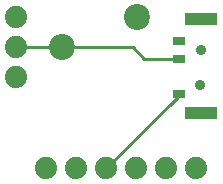
<source format=gbr>
%TF.GenerationSoftware,KiCad,Pcbnew,(5.1.6)-1*%
%TF.CreationDate,2020-09-22T19:12:10+02:00*%
%TF.ProjectId,Uno,556e6f2e-6b69-4636-9164-5f7063625858,rev?*%
%TF.SameCoordinates,Original*%
%TF.FileFunction,Copper,L1,Top*%
%TF.FilePolarity,Positive*%
%FSLAX46Y46*%
G04 Gerber Fmt 4.6, Leading zero omitted, Abs format (unit mm)*
G04 Created by KiCad (PCBNEW (5.1.6)-1) date 2020-09-22 19:12:10*
%MOMM*%
%LPD*%
G01*
G04 APERTURE LIST*
%TA.AperFunction,WasherPad*%
%ADD10C,0.900000*%
%TD*%
%TA.AperFunction,SMDPad,CuDef*%
%ADD11R,2.800000X1.000000*%
%TD*%
%TA.AperFunction,SMDPad,CuDef*%
%ADD12R,1.000000X0.700000*%
%TD*%
%TA.AperFunction,ComponentPad*%
%ADD13C,1.879600*%
%TD*%
%TA.AperFunction,ComponentPad*%
%ADD14C,2.200000*%
%TD*%
%TA.AperFunction,Conductor*%
%ADD15C,0.250000*%
%TD*%
G04 APERTURE END LIST*
D10*
%TO.P,SW1,*%
%TO.N,*%
X48650000Y-87750000D03*
X48600000Y-90750000D03*
D11*
%TO.P,SW1,NC*%
%TO.N,N/C*%
X48700000Y-85150000D03*
D12*
%TO.P,SW1,2*%
%TO.N,GND*%
X46800000Y-88500000D03*
%TO.P,SW1,3*%
%TO.N,N/C*%
X46800000Y-87000000D03*
%TO.P,SW1,1*%
%TO.N,Net-(SW1-Pad1)*%
X46800000Y-91500000D03*
D11*
%TO.P,SW1,NC*%
%TO.N,N/C*%
X48700000Y-93100000D03*
%TD*%
D13*
%TO.P,U1,9*%
%TO.N,Net-(U1-Pad9)*%
X33060000Y-84960000D03*
%TO.P,U1,8*%
%TO.N,GND*%
X33060000Y-87500000D03*
%TO.P,U1,7*%
%TO.N,Net-(U1-Pad7)*%
X33060000Y-90040000D03*
%TO.P,U1,6*%
%TO.N,Net-(U1-Pad6)*%
X48260000Y-97790000D03*
%TO.P,U1,5*%
%TO.N,Net-(U1-Pad5)*%
X45720000Y-97790000D03*
%TO.P,U1,4*%
%TO.N,Net-(U1-Pad4)*%
X43180000Y-97790000D03*
%TO.P,U1,3*%
%TO.N,Net-(SW1-Pad1)*%
X40640000Y-97790000D03*
%TO.P,U1,2*%
%TO.N,Net-(U1-Pad2)*%
X38100000Y-97790000D03*
%TO.P,U1,1*%
%TO.N,Net-(K1-Pad1)*%
X35560000Y-97790000D03*
%TD*%
D14*
%TO.P,Maludo Uno,2*%
%TO.N,GND*%
X36950000Y-87490000D03*
%TO.P,Maludo Uno,1*%
%TO.N,Net-(K1-Pad1)*%
X43300000Y-84950000D03*
%TD*%
D15*
%TO.N,Net-(K1-Pad1)*%
X43940000Y-85530000D02*
X43360000Y-84950000D01*
X43600000Y-85190000D02*
X43360000Y-84950000D01*
%TO.N,GND*%
X33270000Y-87290000D02*
X33060000Y-87500000D01*
X37000000Y-87500000D02*
X37010000Y-87490000D01*
X33060000Y-87500000D02*
X37000000Y-87500000D01*
X37010000Y-87490000D02*
X42890000Y-87490000D01*
X43900000Y-88500000D02*
X46700000Y-88500000D01*
X42890000Y-87490000D02*
X43900000Y-88500000D01*
%TO.N,Net-(SW1-Pad1)*%
X46700000Y-91730000D02*
X40640000Y-97790000D01*
X46700000Y-91500000D02*
X46700000Y-91730000D01*
%TD*%
M02*

</source>
